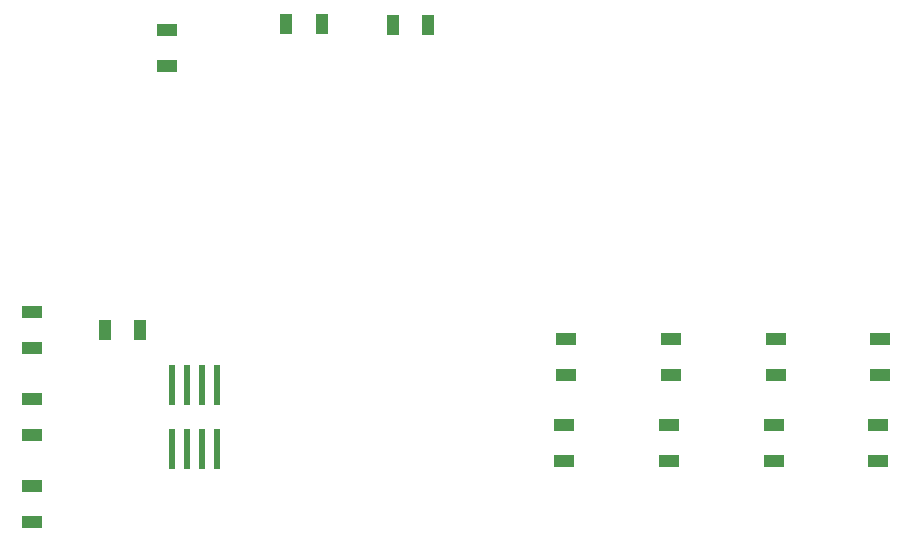
<source format=gtp>
G04*
G04 #@! TF.GenerationSoftware,Altium Limited,Altium Designer,24.1.2 (44)*
G04*
G04 Layer_Color=8421504*
%FSLAX44Y44*%
%MOMM*%
G71*
G04*
G04 #@! TF.SameCoordinates,18497732-E450-413E-AE6D-1912215BE0D1*
G04*
G04*
G04 #@! TF.FilePolarity,Positive*
G04*
G01*
G75*
%ADD19R,1.1176X1.8034*%
%ADD20R,1.8034X1.1176*%
%ADD21R,0.6000X3.4000*%
D19*
X416306Y458800D02*
D03*
X386334D02*
D03*
X172466Y200660D02*
D03*
X142494D02*
D03*
X296164Y459740D02*
D03*
X326136D02*
D03*
D20*
X81280Y38354D02*
D03*
Y68326D02*
D03*
Y185420D02*
D03*
Y215392D02*
D03*
X195580Y454406D02*
D03*
Y424434D02*
D03*
X81280Y112014D02*
D03*
Y141986D02*
D03*
X797560Y89789D02*
D03*
Y119761D02*
D03*
X708973Y89789D02*
D03*
Y119761D02*
D03*
X620387Y89789D02*
D03*
Y119761D02*
D03*
X531800Y89789D02*
D03*
Y119761D02*
D03*
X533400Y192786D02*
D03*
Y162814D02*
D03*
X621987Y192786D02*
D03*
Y162814D02*
D03*
X799160D02*
D03*
Y192786D02*
D03*
X710573Y162814D02*
D03*
Y192786D02*
D03*
D21*
X199390Y100000D02*
D03*
X212090D02*
D03*
X224790D02*
D03*
X237490D02*
D03*
Y154000D02*
D03*
X224790D02*
D03*
X212090D02*
D03*
X199390D02*
D03*
M02*

</source>
